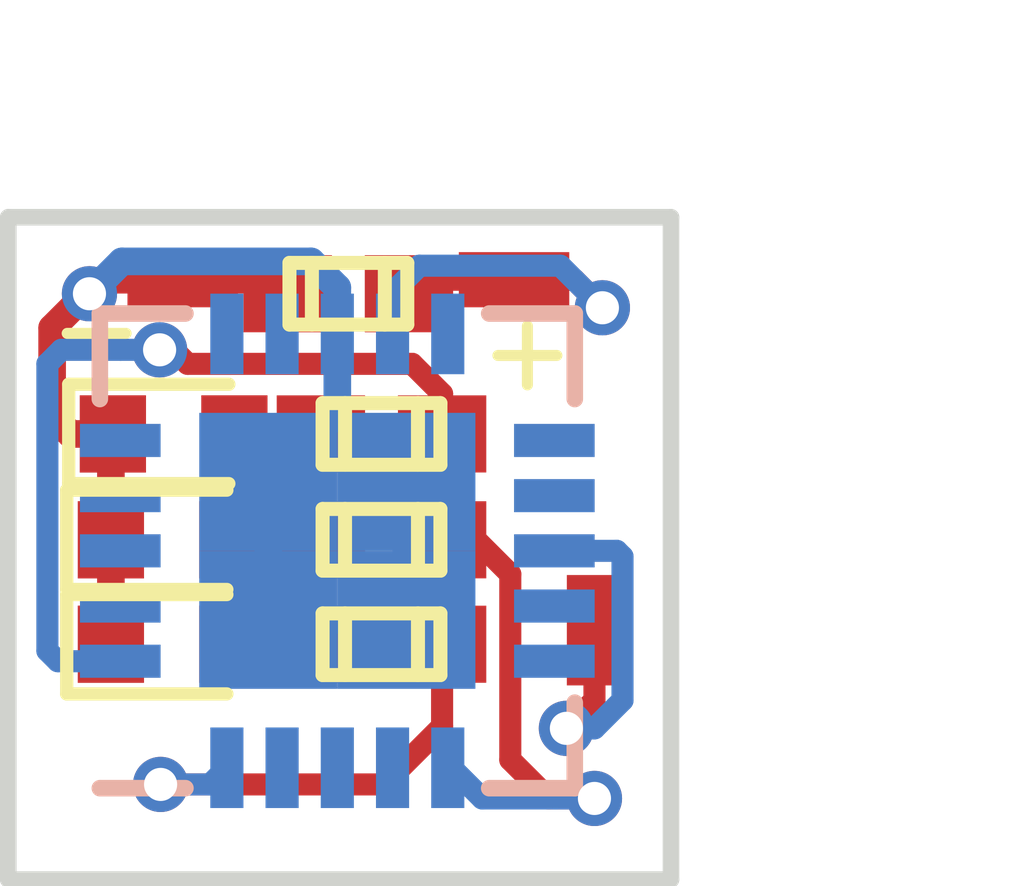
<source format=kicad_pcb>
(kicad_pcb (version 20171130) (host pcbnew 5.0.0-rc2-unknown-228881f~65~ubuntu18.04.1)

  (general
    (thickness 1.6)
    (drawings 12)
    (tracks 80)
    (zones 0)
    (modules 11)
    (nets 18)
  )

  (page A4)
  (title_block
    (title "ATtiny24 LED")
    (rev 1.0)
    (company pcbreflux)
  )

  (layers
    (0 F.Cu signal)
    (31 B.Cu signal)
    (32 B.Adhes user)
    (33 F.Adhes user)
    (34 B.Paste user)
    (35 F.Paste user)
    (36 B.SilkS user)
    (37 F.SilkS user)
    (38 B.Mask user)
    (39 F.Mask user)
    (40 Dwgs.User user)
    (41 Cmts.User user)
    (42 Eco1.User user)
    (43 Eco2.User user)
    (44 Edge.Cuts user)
    (45 Margin user hide)
    (46 B.CrtYd user)
    (47 F.CrtYd user)
    (48 B.Fab user hide)
    (49 F.Fab user hide)
  )

  (setup
    (last_trace_width 0.25)
    (trace_clearance 0.1)
    (zone_clearance 0.508)
    (zone_45_only no)
    (trace_min 0.2)
    (segment_width 0.2)
    (edge_width 0.15)
    (via_size 0.8)
    (via_drill 0.4)
    (via_min_size 0.4)
    (via_min_drill 0.3)
    (uvia_size 0.3)
    (uvia_drill 0.1)
    (uvias_allowed no)
    (uvia_min_size 0.2)
    (uvia_min_drill 0.1)
    (pcb_text_width 0.3)
    (pcb_text_size 1.5 1.5)
    (mod_edge_width 0.15)
    (mod_text_size 1 1)
    (mod_text_width 0.15)
    (pad_size 1.25 1.25)
    (pad_drill 0)
    (pad_to_mask_clearance 0.01)
    (aux_axis_origin 79.021 65.378)
    (grid_origin 79.021 65.378)
    (visible_elements FFFFFF1F)
    (pcbplotparams
      (layerselection 0x010fc_ffffffff)
      (usegerberextensions false)
      (usegerberattributes false)
      (usegerberadvancedattributes false)
      (creategerberjobfile false)
      (excludeedgelayer true)
      (linewidth 0.100000)
      (plotframeref false)
      (viasonmask false)
      (mode 1)
      (useauxorigin false)
      (hpglpennumber 1)
      (hpglpenspeed 20)
      (hpglpendiameter 15.000000)
      (psnegative false)
      (psa4output false)
      (plotreference true)
      (plotvalue true)
      (plotinvisibletext false)
      (padsonsilk false)
      (subtractmaskfromsilk false)
      (outputformat 1)
      (mirror false)
      (drillshape 0)
      (scaleselection 1)
      (outputdirectory gerber/))
  )

  (net 0 "")
  (net 1 +3V3)
  (net 2 GND)
  (net 3 "Net-(D1-Pad2)")
  (net 4 "Net-(D2-Pad2)")
  (net 5 "Net-(D3-Pad2)")
  (net 6 "Net-(J4-Pad1)")
  (net 7 "Net-(U1-Pad5)")
  (net 8 "Net-(U1-Pad2)")
  (net 9 "Net-(R1-Pad2)")
  (net 10 "Net-(R2-Pad2)")
  (net 11 "Net-(R3-Pad2)")
  (net 12 "Net-(U1-Pad15)")
  (net 13 "Net-(U1-Pad14)")
  (net 14 "Net-(U1-Pad12)")
  (net 15 "Net-(U1-Pad11)")
  (net 16 "Net-(U1-Pad4)")
  (net 17 "Net-(U1-Pad3)")

  (net_class Default "This is the default net class."
    (clearance 0.1)
    (trace_width 0.25)
    (via_dia 0.8)
    (via_drill 0.4)
    (uvia_dia 0.3)
    (uvia_drill 0.1)
    (add_net GND)
    (add_net "Net-(U1-Pad11)")
    (add_net "Net-(U1-Pad12)")
    (add_net "Net-(U1-Pad14)")
    (add_net "Net-(U1-Pad15)")
    (add_net "Net-(U1-Pad3)")
    (add_net "Net-(U1-Pad4)")
  )

  (net_class Tiny ""
    (clearance 0.1)
    (trace_width 0.2)
    (via_dia 0.5)
    (via_drill 0.3)
    (uvia_dia 0.3)
    (uvia_drill 0.1)
    (add_net +3V3)
    (add_net "Net-(D1-Pad2)")
    (add_net "Net-(D2-Pad2)")
    (add_net "Net-(D3-Pad2)")
    (add_net "Net-(J4-Pad1)")
    (add_net "Net-(R1-Pad2)")
    (add_net "Net-(R2-Pad2)")
    (add_net "Net-(R3-Pad2)")
    (add_net "Net-(U1-Pad2)")
    (add_net "Net-(U1-Pad5)")
  )

  (module LEDs:LED_0402 (layer F.Cu) (tedit 5AF048FD) (tstamp 5AF3EF92)
    (at 80.518 61.341)
    (descr "LED 0402 smd package")
    (tags "LED led 0402 SMD smd SMT smt smdled SMDLED smtled SMTLED")
    (path /5AF03C79)
    (attr smd)
    (fp_text reference D1 (at 1.4 -0.3) (layer F.SilkS) hide
      (effects (font (size 0.5 0.5) (thickness 0.05)))
    )
    (fp_text value LED_Small (at 2.1 0.6) (layer F.Fab) hide
      (effects (font (size 0.5 0.5) (thickness 0.05)))
    )
    (fp_line (start -1 -0.5) (end 1 -0.5) (layer F.CrtYd) (width 0.05))
    (fp_line (start -1 0.5) (end -1 -0.5) (layer F.CrtYd) (width 0.05))
    (fp_line (start 1 0.5) (end -1 0.5) (layer F.CrtYd) (width 0.05))
    (fp_line (start 1 -0.5) (end 1 0.5) (layer F.CrtYd) (width 0.05))
    (fp_line (start -0.95 -0.45) (end 0.5 -0.45) (layer F.SilkS) (width 0.12))
    (fp_line (start -0.95 0.45) (end 0.5 0.45) (layer F.SilkS) (width 0.12))
    (fp_line (start -0.5 0.25) (end -0.5 -0.25) (layer F.Fab) (width 0.1))
    (fp_line (start -0.5 -0.25) (end 0.5 -0.25) (layer F.Fab) (width 0.1))
    (fp_line (start 0.5 -0.25) (end 0.5 0.25) (layer F.Fab) (width 0.1))
    (fp_line (start 0.5 0.25) (end -0.5 0.25) (layer F.Fab) (width 0.1))
    (fp_line (start 0.15 -0.2) (end 0.15 0.2) (layer F.Fab) (width 0.1))
    (fp_line (start 0.15 0.2) (end -0.15 0) (layer F.Fab) (width 0.1))
    (fp_line (start -0.15 0) (end 0.15 -0.2) (layer F.Fab) (width 0.1))
    (fp_line (start -0.15 -0.2) (end -0.15 0.2) (layer F.Fab) (width 0.1))
    (fp_line (start -0.95 -0.45) (end -0.95 0.45) (layer F.SilkS) (width 0.12))
    (pad 1 smd rect (at -0.55 0 180) (size 0.6 0.7) (layers F.Cu F.Paste F.Mask)
      (net 2 GND))
    (pad 2 smd rect (at 0.55 0 180) (size 0.6 0.7) (layers F.Cu F.Paste F.Mask)
      (net 3 "Net-(D1-Pad2)"))
    (model ${KISYS3DMOD}/LED_SMD.3dshapes/LED_0402_1005Metric.wrl
      (at (xyz 0 0 0))
      (scale (xyz 1 1 1))
      (rotate (xyz 0 0 0))
    )
  )

  (module LEDs:LED_0402 (layer F.Cu) (tedit 5AF048F0) (tstamp 5AF3EFA7)
    (at 80.5 63.246)
    (descr "LED 0402 smd package")
    (tags "LED led 0402 SMD smd SMT smt smdled SMDLED smtled SMTLED")
    (path /5AF03C51)
    (attr smd)
    (fp_text reference D2 (at 0 -1.2) (layer F.SilkS) hide
      (effects (font (size 1 1) (thickness 0.15)))
    )
    (fp_text value LED_Small (at 2.2 1.1) (layer F.Fab) hide
      (effects (font (size 0.5 0.5) (thickness 0.05)))
    )
    (fp_line (start -0.95 -0.45) (end -0.95 0.45) (layer F.SilkS) (width 0.12))
    (fp_line (start -0.15 -0.2) (end -0.15 0.2) (layer F.Fab) (width 0.1))
    (fp_line (start -0.15 0) (end 0.15 -0.2) (layer F.Fab) (width 0.1))
    (fp_line (start 0.15 0.2) (end -0.15 0) (layer F.Fab) (width 0.1))
    (fp_line (start 0.15 -0.2) (end 0.15 0.2) (layer F.Fab) (width 0.1))
    (fp_line (start 0.5 0.25) (end -0.5 0.25) (layer F.Fab) (width 0.1))
    (fp_line (start 0.5 -0.25) (end 0.5 0.25) (layer F.Fab) (width 0.1))
    (fp_line (start -0.5 -0.25) (end 0.5 -0.25) (layer F.Fab) (width 0.1))
    (fp_line (start -0.5 0.25) (end -0.5 -0.25) (layer F.Fab) (width 0.1))
    (fp_line (start -0.95 0.45) (end 0.5 0.45) (layer F.SilkS) (width 0.12))
    (fp_line (start -0.95 -0.45) (end 0.5 -0.45) (layer F.SilkS) (width 0.12))
    (fp_line (start 1 -0.5) (end 1 0.5) (layer F.CrtYd) (width 0.05))
    (fp_line (start 1 0.5) (end -1 0.5) (layer F.CrtYd) (width 0.05))
    (fp_line (start -1 0.5) (end -1 -0.5) (layer F.CrtYd) (width 0.05))
    (fp_line (start -1 -0.5) (end 1 -0.5) (layer F.CrtYd) (width 0.05))
    (pad 2 smd rect (at 0.55 0 180) (size 0.6 0.7) (layers F.Cu F.Paste F.Mask)
      (net 4 "Net-(D2-Pad2)"))
    (pad 1 smd rect (at -0.55 0 180) (size 0.6 0.7) (layers F.Cu F.Paste F.Mask)
      (net 2 GND))
    (model ${KISYS3DMOD}/LED_SMD.3dshapes/LED_0402_1005Metric.wrl
      (at (xyz 0 0 0))
      (scale (xyz 1 1 1))
      (rotate (xyz 0 0 180))
    )
  )

  (module LEDs:LED_0402 (layer F.Cu) (tedit 5AF048E6) (tstamp 5AF3EFBC)
    (at 80.5 62.3)
    (descr "LED 0402 smd package")
    (tags "LED led 0402 SMD smd SMT smt smdled SMDLED smtled SMTLED")
    (path /5AF0349E)
    (attr smd)
    (fp_text reference D3 (at 1.4 0.6) (layer F.SilkS) hide
      (effects (font (size 1 1) (thickness 0.15)))
    )
    (fp_text value LED_Small (at 1 0.9) (layer F.Fab) hide
      (effects (font (size 0.5 0.5) (thickness 0.05)))
    )
    (fp_line (start -1 -0.5) (end 1 -0.5) (layer F.CrtYd) (width 0.05))
    (fp_line (start -1 0.5) (end -1 -0.5) (layer F.CrtYd) (width 0.05))
    (fp_line (start 1 0.5) (end -1 0.5) (layer F.CrtYd) (width 0.05))
    (fp_line (start 1 -0.5) (end 1 0.5) (layer F.CrtYd) (width 0.05))
    (fp_line (start -0.95 -0.45) (end 0.5 -0.45) (layer F.SilkS) (width 0.12))
    (fp_line (start -0.95 0.45) (end 0.5 0.45) (layer F.SilkS) (width 0.12))
    (fp_line (start -0.5 0.25) (end -0.5 -0.25) (layer F.Fab) (width 0.1))
    (fp_line (start -0.5 -0.25) (end 0.5 -0.25) (layer F.Fab) (width 0.1))
    (fp_line (start 0.5 -0.25) (end 0.5 0.25) (layer F.Fab) (width 0.1))
    (fp_line (start 0.5 0.25) (end -0.5 0.25) (layer F.Fab) (width 0.1))
    (fp_line (start 0.15 -0.2) (end 0.15 0.2) (layer F.Fab) (width 0.1))
    (fp_line (start 0.15 0.2) (end -0.15 0) (layer F.Fab) (width 0.1))
    (fp_line (start -0.15 0) (end 0.15 -0.2) (layer F.Fab) (width 0.1))
    (fp_line (start -0.15 -0.2) (end -0.15 0.2) (layer F.Fab) (width 0.1))
    (fp_line (start -0.95 -0.45) (end -0.95 0.45) (layer F.SilkS) (width 0.12))
    (pad 1 smd rect (at -0.55 0 180) (size 0.6 0.7) (layers F.Cu F.Paste F.Mask)
      (net 2 GND))
    (pad 2 smd rect (at 0.55 0 180) (size 0.6 0.7) (layers F.Cu F.Paste F.Mask)
      (net 5 "Net-(D3-Pad2)"))
    (model ${KISYS3DMOD}/LED_SMD.3dshapes/LED_0402_1005Metric.wrl
      (at (xyz 0 0 0))
      (scale (xyz 1 1 1))
      (rotate (xyz 0 0 180))
    )
  )

  (module w_smd_resistors:r_0402 (layer F.Cu) (tedit 5AF04889) (tstamp 5AF3EFFE)
    (at 82.4 61.341 180)
    (descr "SMT resistor, 0402")
    (path /5AF03BAD)
    (attr smd)
    (fp_text reference R1 (at 0 -0.4826 180) (layer F.SilkS) hide
      (effects (font (size 0.1524 0.1524) (thickness 0.03048)))
    )
    (fp_text value R (at 0 0.4826 180) (layer F.SilkS) hide
      (effects (font (size 0.1524 0.1524) (thickness 0.03048)))
    )
    (fp_line (start 0.3302 -0.2794) (end 0.3302 0.2794) (layer F.SilkS) (width 0.127))
    (fp_line (start -0.3302 -0.2794) (end -0.3302 0.2794) (layer F.SilkS) (width 0.127))
    (fp_line (start -0.5334 -0.2794) (end -0.5334 0.2794) (layer F.SilkS) (width 0.127))
    (fp_line (start -0.5334 0.2794) (end 0.5334 0.2794) (layer F.SilkS) (width 0.127))
    (fp_line (start 0.5334 0.2794) (end 0.5334 -0.2794) (layer F.SilkS) (width 0.127))
    (fp_line (start 0.5334 -0.2794) (end -0.5334 -0.2794) (layer F.SilkS) (width 0.127))
    (pad 1 smd rect (at 0.54864 0 180) (size 0.8001 0.6985) (layers F.Cu F.Paste F.Mask)
      (net 3 "Net-(D1-Pad2)"))
    (pad 2 smd rect (at -0.54864 0 180) (size 0.8001 0.6985) (layers F.Cu F.Paste F.Mask)
      (net 9 "Net-(R1-Pad2)"))
    (model ${KIWALTER3DMOD}/walter/smd_resistors/r_0402.wrl
      (at (xyz 0 0 0))
      (scale (xyz 1 1 1))
      (rotate (xyz 0 0 0))
    )
  )

  (module w_smd_resistors:r_0402 (layer F.Cu) (tedit 5AF0488C) (tstamp 5AF3F00A)
    (at 82.4 63.246 180)
    (descr "SMT resistor, 0402")
    (path /5AF03B89)
    (attr smd)
    (fp_text reference R2 (at 0 -0.4826 180) (layer F.SilkS) hide
      (effects (font (size 0.1524 0.1524) (thickness 0.03048)))
    )
    (fp_text value R (at 0 0.4826 180) (layer F.SilkS) hide
      (effects (font (size 0.1524 0.1524) (thickness 0.03048)))
    )
    (fp_line (start 0.5334 -0.2794) (end -0.5334 -0.2794) (layer F.SilkS) (width 0.127))
    (fp_line (start 0.5334 0.2794) (end 0.5334 -0.2794) (layer F.SilkS) (width 0.127))
    (fp_line (start -0.5334 0.2794) (end 0.5334 0.2794) (layer F.SilkS) (width 0.127))
    (fp_line (start -0.5334 -0.2794) (end -0.5334 0.2794) (layer F.SilkS) (width 0.127))
    (fp_line (start -0.3302 -0.2794) (end -0.3302 0.2794) (layer F.SilkS) (width 0.127))
    (fp_line (start 0.3302 -0.2794) (end 0.3302 0.2794) (layer F.SilkS) (width 0.127))
    (pad 2 smd rect (at -0.54864 0 180) (size 0.8001 0.6985) (layers F.Cu F.Paste F.Mask)
      (net 10 "Net-(R2-Pad2)"))
    (pad 1 smd rect (at 0.54864 0 180) (size 0.8001 0.6985) (layers F.Cu F.Paste F.Mask)
      (net 4 "Net-(D2-Pad2)"))
    (model ${KIWALTER3DMOD}/walter/smd_resistors/r_0402.wrl
      (at (xyz 0 0 0))
      (scale (xyz 1 1 1))
      (rotate (xyz 0 0 0))
    )
  )

  (module w_smd_resistors:r_0402 (layer F.Cu) (tedit 5AF04891) (tstamp 5AF3F016)
    (at 82.4 62.3 180)
    (descr "SMT resistor, 0402")
    (path /5AF03AB1)
    (attr smd)
    (fp_text reference R3 (at 0 -0.4826 180) (layer F.SilkS) hide
      (effects (font (size 0.1524 0.1524) (thickness 0.03048)))
    )
    (fp_text value R (at 0 0.4826 180) (layer F.SilkS) hide
      (effects (font (size 0.1524 0.1524) (thickness 0.03048)))
    )
    (fp_line (start 0.3302 -0.2794) (end 0.3302 0.2794) (layer F.SilkS) (width 0.127))
    (fp_line (start -0.3302 -0.2794) (end -0.3302 0.2794) (layer F.SilkS) (width 0.127))
    (fp_line (start -0.5334 -0.2794) (end -0.5334 0.2794) (layer F.SilkS) (width 0.127))
    (fp_line (start -0.5334 0.2794) (end 0.5334 0.2794) (layer F.SilkS) (width 0.127))
    (fp_line (start 0.5334 0.2794) (end 0.5334 -0.2794) (layer F.SilkS) (width 0.127))
    (fp_line (start 0.5334 -0.2794) (end -0.5334 -0.2794) (layer F.SilkS) (width 0.127))
    (pad 1 smd rect (at 0.54864 0 180) (size 0.8001 0.6985) (layers F.Cu F.Paste F.Mask)
      (net 5 "Net-(D3-Pad2)"))
    (pad 2 smd rect (at -0.54864 0 180) (size 0.8001 0.6985) (layers F.Cu F.Paste F.Mask)
      (net 11 "Net-(R3-Pad2)"))
    (model ${KIWALTER3DMOD}/walter/smd_resistors/r_0402.wrl
      (at (xyz 0 0 0))
      (scale (xyz 1 1 1))
      (rotate (xyz 0 0 0))
    )
  )

  (module Housings_DFN_QFN:QFN-20-1EP_4x4mm_Pitch0.5mm (layer B.Cu) (tedit 5AF1497A) (tstamp 5AF3F042)
    (at 82 62.4)
    (descr "20-Lead Plastic Quad Flat, No Lead Package (ML) - 4x4x0.9 mm Body [QFN]; (see Microchip Packaging Specification 00000049BS.pdf)")
    (tags "QFN 0.5")
    (path /5AF051F7)
    (attr smd)
    (fp_text reference U1 (at -0.3 0.2) (layer B.SilkS) hide
      (effects (font (size 1 1) (thickness 0.15)) (justify mirror))
    )
    (fp_text value ATTINY24A-MU (at 0 0) (layer B.Fab) hide
      (effects (font (size 0.3 0.3) (thickness 0.01)) (justify mirror))
    )
    (fp_line (start 2.15 2.15) (end 1.375 2.15) (layer B.SilkS) (width 0.15))
    (fp_line (start 2.15 -2.15) (end 1.375 -2.15) (layer B.SilkS) (width 0.15))
    (fp_line (start -2.15 -2.15) (end -1.375 -2.15) (layer B.SilkS) (width 0.15))
    (fp_line (start -2.15 2.15) (end -1.375 2.15) (layer B.SilkS) (width 0.15))
    (fp_line (start 2.15 -2.15) (end 2.15 -1.375) (layer B.SilkS) (width 0.15))
    (fp_line (start -2.15 -2.15) (end -2.15 -1.375) (layer B.SilkS) (width 0.15))
    (fp_line (start 2.15 2.15) (end 2.15 1.375) (layer B.SilkS) (width 0.15))
    (fp_line (start -2.6 -2.6) (end 2.6 -2.6) (layer B.CrtYd) (width 0.05))
    (fp_line (start -2.6 2.6) (end 2.6 2.6) (layer B.CrtYd) (width 0.05))
    (fp_line (start 2.6 2.6) (end 2.6 -2.6) (layer B.CrtYd) (width 0.05))
    (fp_line (start -2.6 2.6) (end -2.6 -2.6) (layer B.CrtYd) (width 0.05))
    (fp_line (start -2 1) (end -1 2) (layer B.Fab) (width 0.15))
    (fp_line (start -2 -2) (end -2 1) (layer B.Fab) (width 0.15))
    (fp_line (start 2 -2) (end -2 -2) (layer B.Fab) (width 0.15))
    (fp_line (start 2 2) (end 2 -2) (layer B.Fab) (width 0.15))
    (fp_line (start -1 2) (end 2 2) (layer B.Fab) (width 0.15))
    (pad 21 smd rect (at -0.625 0.625) (size 1.25 1.25) (layers B.Cu B.Paste B.Mask)
      (net 2 GND) (solder_paste_margin_ratio -0.2))
    (pad 21 smd rect (at -0.625 -0.625) (size 1.25 1.25) (layers B.Cu B.Paste B.Mask)
      (net 2 GND) (solder_paste_margin_ratio -0.2))
    (pad 21 smd rect (at 0.625 0.625) (size 1.25 1.25) (layers B.Cu B.Paste B.Mask)
      (net 2 GND) (solder_paste_margin_ratio -0.2))
    (pad 21 smd rect (at 0.625 -0.625) (size 1.25 1.25) (layers B.Cu B.Paste B.Mask)
      (net 2 GND) (solder_paste_margin_ratio -0.2))
    (pad 20 smd rect (at -1 1.965 270) (size 0.73 0.3) (layers B.Cu B.Paste B.Mask)
      (net 10 "Net-(R2-Pad2)"))
    (pad 19 smd rect (at -0.5 1.965 270) (size 0.73 0.3) (layers B.Cu B.Paste B.Mask))
    (pad 18 smd rect (at 0 1.965 270) (size 0.73 0.3) (layers B.Cu B.Paste B.Mask))
    (pad 17 smd rect (at 0.5 1.965 270) (size 0.73 0.3) (layers B.Cu B.Paste B.Mask))
    (pad 16 smd rect (at 1 1.965 270) (size 0.73 0.3) (layers B.Cu B.Paste B.Mask)
      (net 11 "Net-(R3-Pad2)"))
    (pad 15 smd rect (at 1.965 1) (size 0.73 0.3) (layers B.Cu B.Paste B.Mask)
      (net 12 "Net-(U1-Pad15)"))
    (pad 14 smd rect (at 1.965 0.5) (size 0.73 0.3) (layers B.Cu B.Paste B.Mask)
      (net 13 "Net-(U1-Pad14)"))
    (pad 13 smd rect (at 1.965 0) (size 0.73 0.3) (layers B.Cu B.Paste B.Mask)
      (net 6 "Net-(J4-Pad1)"))
    (pad 12 smd rect (at 1.965 -0.5) (size 0.73 0.3) (layers B.Cu B.Paste B.Mask)
      (net 14 "Net-(U1-Pad12)"))
    (pad 11 smd rect (at 1.965 -1) (size 0.73 0.3) (layers B.Cu B.Paste B.Mask)
      (net 15 "Net-(U1-Pad11)"))
    (pad 10 smd rect (at 1 -1.965 270) (size 0.73 0.3) (layers B.Cu B.Paste B.Mask))
    (pad 9 smd rect (at 0.5 -1.965 270) (size 0.73 0.3) (layers B.Cu B.Paste B.Mask)
      (net 1 +3V3))
    (pad 8 smd rect (at 0 -1.965 270) (size 0.73 0.3) (layers B.Cu B.Paste B.Mask)
      (net 2 GND))
    (pad 7 smd rect (at -0.5 -1.965 270) (size 0.73 0.3) (layers B.Cu B.Paste B.Mask))
    (pad 6 smd rect (at -1 -1.965 270) (size 0.73 0.3) (layers B.Cu B.Paste B.Mask))
    (pad 5 smd rect (at -1.965 -1) (size 0.73 0.3) (layers B.Cu B.Paste B.Mask)
      (net 7 "Net-(U1-Pad5)"))
    (pad 4 smd rect (at -1.965 -0.5) (size 0.73 0.3) (layers B.Cu B.Paste B.Mask)
      (net 16 "Net-(U1-Pad4)"))
    (pad 3 smd rect (at -1.965 0) (size 0.73 0.3) (layers B.Cu B.Paste B.Mask)
      (net 17 "Net-(U1-Pad3)"))
    (pad 2 smd rect (at -1.965 0.5) (size 0.73 0.3) (layers B.Cu B.Paste B.Mask)
      (net 8 "Net-(U1-Pad2)"))
    (pad 1 smd rect (at -1.965 1) (size 0.73 0.3) (layers B.Cu B.Paste B.Mask)
      (net 9 "Net-(R1-Pad2)"))
    (model ${KISYS3DMOD}/Package_DFN_QFN.3dshapes/QFN-20-1EP_4x4mm_P0.5mm_EP2.5x2.5mm.wrl
      (at (xyz 0 0 0))
      (scale (xyz 1 1 1))
      (rotate (xyz 0 0 0))
    )
  )

  (module module:SolderWirePad_single_SMD_1x0.5mm (layer F.Cu) (tedit 5AF03F04) (tstamp 5AF977C6)
    (at 84.328 63.119 90)
    (descr "Wire Pad, Square, SMD Pad,  1mm x 0.5mm,")
    (tags "MesurementPoint Square SMDPad 5mmx10mm ")
    (path /5AF03A5A)
    (attr smd)
    (fp_text reference J4 (at 1.27 -0.127 90) (layer F.SilkS) hide
      (effects (font (size 0.5 0.5) (thickness 0.05)))
    )
    (fp_text value TEST_1P (at 0.254 -0.889 90) (layer F.Fab) hide
      (effects (font (size 0.5 0.5) (thickness 0.05)))
    )
    (pad 1 smd rect (at 0 0 90) (size 1 0.5) (layers F.Cu F.Paste F.Mask)
      (net 6 "Net-(J4-Pad1)"))
  )

  (module module:SolderWirePad_single_SMD_1x0.5mm (layer F.Cu) (tedit 5AF03E10) (tstamp 5AF977CA)
    (at 80.6 59.944 180)
    (descr "Wire Pad, Square, SMD Pad,  1mm x 0.5mm,")
    (tags "MesurementPoint Square SMDPad 5mmx10mm ")
    (path /5AF0398C)
    (attr smd)
    (fp_text reference J5 (at -0.934 -1.268 180) (layer F.SilkS) hide
      (effects (font (size 0.5 0.5) (thickness 0.05)))
    )
    (fp_text value TEST_1P (at -1.442 -1.268 180) (layer F.Fab) hide
      (effects (font (size 0.5 0.5) (thickness 0.05)))
    )
    (pad 1 smd rect (at 0 0 180) (size 1 0.5) (layers F.Cu F.Paste F.Mask)
      (net 2 GND))
  )

  (module module:SolderWirePad_single_SMD_1x0.5mm (layer F.Cu) (tedit 5AF04885) (tstamp 5AF977CE)
    (at 83.6 59.944 180)
    (descr "Wire Pad, Square, SMD Pad,  1mm x 0.5mm,")
    (tags "MesurementPoint Square SMDPad 5mmx10mm ")
    (path /5AF03920)
    (attr smd)
    (fp_text reference J6 (at 1.651 0 180) (layer F.SilkS) hide
      (effects (font (size 0.5 0.5) (thickness 0.05)))
    )
    (fp_text value TEST_1P (at 0.415 -1.014 180) (layer F.Fab) hide
      (effects (font (size 0.5 0.5) (thickness 0.05)))
    )
    (pad 1 smd rect (at 0 0 180) (size 1 0.5) (layers F.Cu F.Paste F.Mask)
      (net 1 +3V3))
  )

  (module w_smd_cap:c_0402 (layer F.Cu) (tedit 5AF04896) (tstamp 5AF97EAF)
    (at 82.1 60.071)
    (descr "SMT capacitor, 0402")
    (path /5AF03E79)
    (attr smd)
    (fp_text reference C1 (at 0 -0.4826) (layer F.SilkS) hide
      (effects (font (size 0.1524 0.1524) (thickness 0.03048)))
    )
    (fp_text value C (at 0 0.4826) (layer F.SilkS) hide
      (effects (font (size 0.1524 0.1524) (thickness 0.03048)))
    )
    (fp_line (start 0.3302 -0.2794) (end 0.3302 0.2794) (layer F.SilkS) (width 0.127))
    (fp_line (start -0.3302 -0.2794) (end -0.3302 0.2794) (layer F.SilkS) (width 0.127))
    (fp_line (start -0.5334 -0.2794) (end -0.5334 0.2794) (layer F.SilkS) (width 0.127))
    (fp_line (start -0.5334 0.2794) (end 0.5334 0.2794) (layer F.SilkS) (width 0.127))
    (fp_line (start 0.5334 0.2794) (end 0.5334 -0.2794) (layer F.SilkS) (width 0.127))
    (fp_line (start 0.5334 -0.2794) (end -0.5334 -0.2794) (layer F.SilkS) (width 0.127))
    (pad 1 smd rect (at 0.54864 0) (size 0.8001 0.6985) (layers F.Cu F.Paste F.Mask)
      (net 1 +3V3))
    (pad 2 smd rect (at -0.54864 0) (size 0.8001 0.6985) (layers F.Cu F.Paste F.Mask)
      (net 2 GND))
    (model ${KIWALTER3DMOD}/walter/smd_cap/c_0402.wrl
      (at (xyz 0 0 0))
      (scale (xyz 1 1 1))
      (rotate (xyz 0 0 0))
    )
  )

  (gr_line (start 79.021 65.378) (end 79.021 59.378) (layer Edge.Cuts) (width 0.15))
  (gr_line (start 85.021 65.378) (end 79.021 65.378) (layer Edge.Cuts) (width 0.15))
  (gr_line (start 85.021 59.378) (end 85.021 65.378) (layer Edge.Cuts) (width 0.15))
  (gr_line (start 79.021 59.378) (end 85.021 59.378) (layer Edge.Cuts) (width 0.15))
  (dimension 6 (width 0.1) (layer Eco1.User)
    (gr_text "6,000 mm" (at 87.340296 62.378 90) (layer Eco1.User)
      (effects (font (size 0.5 0.5) (thickness 0.1)))
    )
    (feature1 (pts (xy 85.021 59.378) (xy 87.790296 59.378)))
    (feature2 (pts (xy 85.021 65.378) (xy 87.790296 65.378)))
    (crossbar (pts (xy 86.890296 65.378) (xy 86.890296 59.378)))
    (arrow1a (pts (xy 86.890296 59.378) (xy 87.476717 60.504504)))
    (arrow1b (pts (xy 86.890296 59.378) (xy 86.303875 60.504504)))
    (arrow2a (pts (xy 86.890296 65.378) (xy 87.476717 64.251496)))
    (arrow2b (pts (xy 86.890296 65.378) (xy 86.303875 64.251496)))
  )
  (dimension 6 (width 0.1) (layer Eco1.User)
    (gr_text "6,000 mm" (at 82.021 58.028) (layer Eco1.User)
      (effects (font (size 0.5 0.5) (thickness 0.1)))
    )
    (feature1 (pts (xy 85.021 59.378) (xy 85.021 57.578)))
    (feature2 (pts (xy 79.021 59.378) (xy 79.021 57.578)))
    (crossbar (pts (xy 79.021 58.478) (xy 85.021 58.478)))
    (arrow1a (pts (xy 85.021 58.478) (xy 83.894496 59.064421)))
    (arrow1b (pts (xy 85.021 58.478) (xy 83.894496 57.891579)))
    (arrow2a (pts (xy 79.021 58.478) (xy 80.147504 59.064421)))
    (arrow2b (pts (xy 79.021 58.478) (xy 80.147504 57.891579)))
  )
  (gr_text - (at 79.821 60.378) (layer F.SilkS) (tstamp 5AF98427)
    (effects (font (size 0.7 0.7) (thickness 0.1)))
  )
  (gr_text + (at 83.721 60.578) (layer F.SilkS)
    (effects (font (size 0.7 0.7) (thickness 0.1)))
  )
  (gr_line (start 84.9 59.5) (end 79.1 59.5) (layer Margin) (width 0.2))
  (gr_line (start 84.9 65.2) (end 84.9 59.5) (layer Margin) (width 0.2))
  (gr_line (start 79.1 65.3) (end 84.9 65.3) (layer Margin) (width 0.2))
  (gr_line (start 79.1 59.5) (end 79.1 65.2) (layer Margin) (width 0.2))

  (segment (start 83.6 59.944) (end 82.77564 59.944) (width 0.2) (layer F.Cu) (net 1))
  (segment (start 82.77564 59.944) (end 82.64864 60.071) (width 0.2) (layer F.Cu) (net 1))
  (segment (start 83.6 59.944) (end 84.146 59.944) (width 0.2) (layer F.Cu) (net 1))
  (segment (start 84.146 59.944) (end 84.4 60.198) (width 0.2) (layer F.Cu) (net 1))
  (segment (start 84.019 59.817) (end 84.4 60.198) (width 0.2) (layer B.Cu) (net 1))
  (segment (start 82.77564 60.071) (end 82.64864 60.198) (width 0.2) (layer F.Cu) (net 1))
  (segment (start 82.5 60.435) (end 82.5 60.059998) (width 0.2) (layer B.Cu) (net 1))
  (segment (start 82.5 60.059998) (end 82.742998 59.817) (width 0.2) (layer B.Cu) (net 1))
  (segment (start 82.742998 59.817) (end 84.019 59.817) (width 0.2) (layer B.Cu) (net 1))
  (segment (start 82.65064 60.2) (end 82.64864 60.198) (width 0.2) (layer F.Cu) (net 1))
  (segment (start 82.74864 60.2) (end 82.64864 60.3) (width 0.2) (layer F.Cu) (net 1))
  (segment (start 82.5 60.65) (end 82.5 60.435) (width 0.2) (layer B.Cu) (net 1))
  (via (at 84.4 60.198) (size 0.5) (drill 0.3) (layers F.Cu B.Cu) (net 1) (tstamp 5AF80C7B))
  (segment (start 79.756 60.071) (end 79.728 60.071) (width 0.25) (layer F.Cu) (net 2))
  (segment (start 79.728 60.071) (end 79.418 60.381) (width 0.25) (layer F.Cu) (net 2))
  (segment (start 79.418 60.381) (end 79.418 61.175) (width 0.25) (layer F.Cu) (net 2))
  (segment (start 79.418 61.175) (end 79.584 61.341) (width 0.25) (layer F.Cu) (net 2))
  (segment (start 79.584 61.341) (end 79.968 61.341) (width 0.25) (layer F.Cu) (net 2))
  (segment (start 79.968 61.341) (end 79.784 61.341) (width 0.25) (layer F.Cu) (net 2))
  (segment (start 80.6 59.944) (end 81.42436 59.944) (width 0.25) (layer F.Cu) (net 2))
  (segment (start 81.42436 59.944) (end 81.55136 60.071) (width 0.25) (layer F.Cu) (net 2))
  (segment (start 80.6 59.944) (end 79.883 59.944) (width 0.25) (layer F.Cu) (net 2))
  (segment (start 79.883 59.944) (end 79.756 60.071) (width 0.25) (layer F.Cu) (net 2))
  (segment (start 81.763002 59.778) (end 80.049 59.778) (width 0.25) (layer B.Cu) (net 2))
  (segment (start 80.049 59.778) (end 79.756 60.071) (width 0.25) (layer B.Cu) (net 2))
  (segment (start 82 60.435) (end 82 60.014998) (width 0.25) (layer B.Cu) (net 2))
  (segment (start 82 60.014998) (end 81.763002 59.778) (width 0.25) (layer B.Cu) (net 2))
  (segment (start 81.375 63.025) (end 82.625 63.025) (width 0.25) (layer B.Cu) (net 2))
  (segment (start 82.625 61.775) (end 82.625 63.025) (width 0.25) (layer B.Cu) (net 2))
  (segment (start 81.375 61.775) (end 81.375 63.025) (width 0.25) (layer B.Cu) (net 2))
  (segment (start 79.8 61.173) (end 79.968 61.341) (width 0.25) (layer F.Cu) (net 2))
  (segment (start 79.95 62.3) (end 79.95 61.359) (width 0.25) (layer F.Cu) (net 2))
  (segment (start 79.95 61.359) (end 79.968 61.341) (width 0.25) (layer F.Cu) (net 2))
  (segment (start 79.95 63.246) (end 79.95 62.3) (width 0.25) (layer F.Cu) (net 2))
  (segment (start 81.375 61.775) (end 81.375 61.773) (width 0.25) (layer B.Cu) (net 2))
  (segment (start 82 60.435) (end 82 61.15) (width 0.25) (layer B.Cu) (net 2))
  (segment (start 82 61.15) (end 81.375 61.775) (width 0.25) (layer B.Cu) (net 2))
  (via (at 79.756 60.071) (size 0.5) (drill 0.3) (layers F.Cu B.Cu) (net 2) (tstamp 5AF80C88))
  (segment (start 81.85136 61.341) (end 81.068 61.341) (width 0.2) (layer F.Cu) (net 3))
  (segment (start 81.85136 63.246) (end 81.05 63.246) (width 0.2) (layer F.Cu) (net 4))
  (segment (start 81.85136 62.3) (end 81.05 62.3) (width 0.2) (layer F.Cu) (net 5))
  (segment (start 83.965 62.4) (end 84.53 62.4) (width 0.2) (layer B.Cu) (net 6))
  (segment (start 84.53 62.4) (end 84.582 62.452) (width 0.2) (layer B.Cu) (net 6))
  (segment (start 84.582 62.452) (end 84.582 63.754) (width 0.2) (layer B.Cu) (net 6))
  (segment (start 84.582 63.754) (end 84.328 64.008) (width 0.2) (layer B.Cu) (net 6))
  (segment (start 84.328 64.008) (end 84.074 64.008) (width 0.2) (layer B.Cu) (net 6))
  (segment (start 84.328 63.119) (end 84.328 63.754) (width 0.2) (layer F.Cu) (net 6))
  (segment (start 84.328 63.754) (end 84.074 64.008) (width 0.2) (layer F.Cu) (net 6))
  (via (at 84.074 64.008) (size 0.5) (drill 0.3) (layers F.Cu B.Cu) (net 6) (tstamp 5AF80C86))
  (segment (start 80.035 63.4) (end 79.47 63.4) (width 0.2) (layer B.Cu) (net 9))
  (segment (start 79.47 63.4) (end 79.375 63.305) (width 0.2) (layer B.Cu) (net 9))
  (segment (start 79.375 60.706) (end 79.502 60.579) (width 0.2) (layer B.Cu) (net 9))
  (segment (start 79.375 63.305) (end 79.375 60.706) (width 0.2) (layer B.Cu) (net 9))
  (segment (start 79.502 60.579) (end 80.037447 60.579) (width 0.2) (layer B.Cu) (net 9))
  (segment (start 80.037447 60.579) (end 80.391 60.579) (width 0.2) (layer B.Cu) (net 9))
  (segment (start 80.391 60.579) (end 80.518 60.579) (width 0.2) (layer F.Cu) (net 9))
  (segment (start 80.518 60.579) (end 80.645 60.706) (width 0.2) (layer F.Cu) (net 9))
  (segment (start 80.645 60.706) (end 82.677 60.706) (width 0.2) (layer F.Cu) (net 9))
  (segment (start 82.94864 60.97764) (end 82.94864 61.341) (width 0.2) (layer F.Cu) (net 9))
  (segment (start 82.677 60.706) (end 82.94864 60.97764) (width 0.2) (layer F.Cu) (net 9))
  (segment (start 82.94864 61.10464) (end 82.94864 61.341) (width 0.2) (layer F.Cu) (net 9))
  (segment (start 80.01 63.425) (end 80.035 63.4) (width 0.2) (layer B.Cu) (net 9))
  (via (at 80.391 60.579) (size 0.5) (drill 0.3) (layers F.Cu B.Cu) (net 9) (tstamp 5AF97A88))
  (segment (start 82.423 64.516) (end 82.94864 63.99036) (width 0.2) (layer F.Cu) (net 10))
  (segment (start 82.94864 63.99036) (end 82.94864 63.246) (width 0.2) (layer F.Cu) (net 10))
  (segment (start 80.4 64.516) (end 82.423 64.516) (width 0.2) (layer F.Cu) (net 10))
  (segment (start 80.4 64.516) (end 80.849 64.516) (width 0.2) (layer B.Cu) (net 10))
  (segment (start 80.849 64.516) (end 81 64.365) (width 0.2) (layer B.Cu) (net 10))
  (via (at 80.4 64.516) (size 0.5) (drill 0.3) (layers F.Cu B.Cu) (net 10))
  (segment (start 84.328 64.643) (end 83.916001 64.643) (width 0.2) (layer F.Cu) (net 11))
  (segment (start 83.916001 64.643) (end 83.566 64.292999) (width 0.2) (layer F.Cu) (net 11))
  (segment (start 83.566 64.292999) (end 83.566 62.611) (width 0.2) (layer F.Cu) (net 11))
  (segment (start 83.566 62.611) (end 83.255 62.3) (width 0.2) (layer F.Cu) (net 11))
  (segment (start 83.255 62.3) (end 82.94864 62.3) (width 0.2) (layer F.Cu) (net 11))
  (segment (start 83.034 64.365) (end 83.312 64.643) (width 0.2) (layer B.Cu) (net 11))
  (segment (start 83.312 64.643) (end 83.974447 64.643) (width 0.2) (layer B.Cu) (net 11))
  (segment (start 83 64.365) (end 83.034 64.365) (width 0.2) (layer B.Cu) (net 11))
  (segment (start 84.328 64.643) (end 83.974447 64.643) (width 0.2) (layer B.Cu) (net 11))
  (segment (start 83.151 64.516) (end 83 64.365) (width 0.2) (layer B.Cu) (net 11))
  (via (at 84.328 64.643) (size 0.5) (drill 0.3) (layers F.Cu B.Cu) (net 11))

)

</source>
